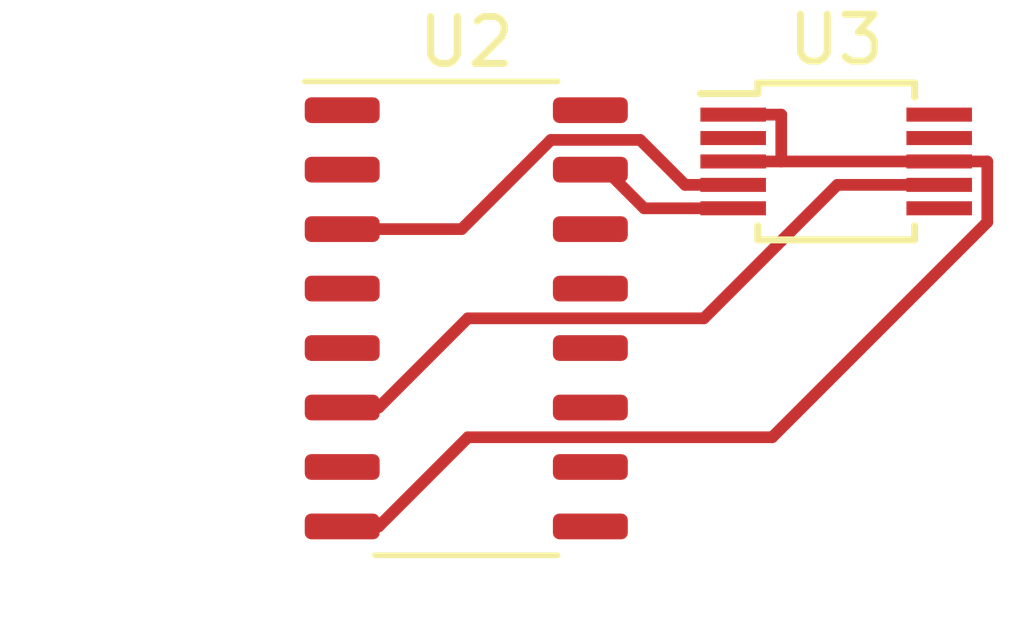
<source format=kicad_pcb>
(kicad_pcb (version 20221018) (generator pcbnew)
  (layers (0 "F.Cu" signal) (31 "B.Cu" signal) (34 "B.Paste" user) (35 "F.Paste" user) (36 "B.SilkS" user "B.Silkscreen") (37 "F.SilkS" user "F.Silkscreen") (38 "B.Mask" user) (39 "F.Mask" user) (44 "Edge.Cuts" user))
  (net 0 "")
  (net 3 "Net-(U2-P1.4{slash}T0CLKO)")
  (net 6 "+3.3V")
  (net 8 "Earth")
  (net 15 "Net-(U2-P1.0{slash}RSTOUT_LOW)")
  (footprint "Package_SO:STC_SOP-16_3.9x9.9mm_P1.27mm" (layer "F.Cu") (at 134.51 92.075)
    (fp_text reference "U2" (at 0 -5.9) (layer "F.SilkS"))
    (fp_text value "STC15W204S-35x-SOP16")
    (fp_line (start 0 -5.06) (end -3.45 -5.06) (stroke (width 0.12)) (layer "F.SilkS"))
    (fp_line (start 0 -5.06) (end 1.95 -5.06) (stroke (width 0.12)) (layer "F.SilkS"))
    (fp_line (start 0 5.06) (end -1.95 5.06) (stroke (width 0.12)) (layer "F.SilkS"))
    (fp_line (start 0 5.06) (end 1.95 5.06) (stroke (width 0.12)) (layer "F.SilkS"))
    (pad "1" smd roundrect (at -2.65 -4.445) (size 1.6 0.55) (layers "F.Cu" "F.Paste" "F.Mask"))
    (pad "2" smd roundrect (at -2.65 -3.175) (size 1.6 0.55) (layers "F.Cu" "F.Paste" "F.Mask"))
    (pad "3" smd roundrect (at -2.65 -1.905) (size 1.6 0.55) (layers "F.Cu" "F.Paste" "F.Mask") (net 3 "Net-(U2-P1.4{slash}T0CLKO)"))
    (pad "4" smd roundrect (at -2.65 -0.635) (size 1.6 0.55) (layers "F.Cu" "F.Paste" "F.Mask"))
    (pad "5" smd roundrect (at -2.65 0.635) (size 1.6 0.55) (layers "F.Cu" "F.Paste" "F.Mask"))
    (pad "6" smd roundrect (at -2.65 1.905) (size 1.6 0.55) (layers "F.Cu" "F.Paste" "F.Mask") (net 6 "+3.3V"))
    (pad "7" smd roundrect (at -2.65 3.175) (size 1.6 0.55) (layers "F.Cu" "F.Paste" "F.Mask"))
    (pad "8" smd roundrect (at -2.65 4.445) (size 1.6 0.55) (layers "F.Cu" "F.Paste" "F.Mask") (net 8 "Earth"))
    (pad "9" smd roundrect (at 2.65 4.445) (size 1.6 0.55) (layers "F.Cu" "F.Paste" "F.Mask"))
    (pad "10" smd roundrect (at 2.65 3.175) (size 1.6 0.55) (layers "F.Cu" "F.Paste" "F.Mask"))
    (pad "11" smd roundrect (at 2.65 1.905) (size 1.6 0.55) (layers "F.Cu" "F.Paste" "F.Mask"))
    (pad "12" smd roundrect (at 2.65 0.635) (size 1.6 0.55) (layers "F.Cu" "F.Paste" "F.Mask"))
    (pad "13" smd roundrect (at 2.65 -0.635) (size 1.6 0.55) (layers "F.Cu" "F.Paste" "F.Mask"))
    (pad "14" smd roundrect (at 2.65 -1.905) (size 1.6 0.55) (layers "F.Cu" "F.Paste" "F.Mask"))
    (pad "15" smd roundrect (at 2.65 -3.175) (size 1.6 0.55) (layers "F.Cu" "F.Paste" "F.Mask") (net 15 "Net-(U2-P1.0{slash}RSTOUT_LOW)"))
    (pad "16" smd roundrect (at 2.65 -4.445) (size 1.6 0.55) (layers "F.Cu" "F.Paste" "F.Mask"))
  )
  (footprint "Package_SO:MSOP-10_3x3mm_P0.5mm" (layer "F.Cu") (at 142.41 88.725)
    (fp_text reference "U3" (at 0 -2.6) (layer "F.SilkS"))
    (fp_text value "RDA5807M")
    (fp_line (start -1.675 -1.675) (end -1.675 -1.45) (stroke (width 0.15)) (layer "F.SilkS"))
    (fp_line (start -1.675 -1.675) (end 1.675 -1.675) (stroke (width 0.15)) (layer "F.SilkS"))
    (fp_line (start -1.675 -1.45) (end -2.9 -1.45) (stroke (width 0.15)) (layer "F.SilkS"))
    (fp_line (start -1.675 1.675) (end -1.675 1.375) (stroke (width 0.15)) (layer "F.SilkS"))
    (fp_line (start -1.675 1.675) (end 1.675 1.675) (stroke (width 0.15)) (layer "F.SilkS"))
    (fp_line (start 1.675 -1.675) (end 1.675 -1.375) (stroke (width 0.15)) (layer "F.SilkS"))
    (fp_line (start 1.675 1.675) (end 1.675 1.375) (stroke (width 0.15)) (layer "F.SilkS"))
    (pad "1" smd rect (at -2.2 -1) (size 1.4 0.3) (layers "F.Cu" "F.Paste" "F.Mask") (net 8 "Earth"))
    (pad "2" smd rect (at -2.2 -0.5) (size 1.4 0.3) (layers "F.Cu" "F.Paste" "F.Mask"))
    (pad "3" smd rect (at -2.2 0) (size 1.4 0.3) (layers "F.Cu" "F.Paste" "F.Mask") (net 8 "Earth"))
    (pad "4" smd rect (at -2.2 0.5) (size 1.4 0.3) (layers "F.Cu" "F.Paste" "F.Mask") (net 3 "Net-(U2-P1.4{slash}T0CLKO)"))
    (pad "5" smd rect (at -2.2 1) (size 1.4 0.3) (layers "F.Cu" "F.Paste" "F.Mask") (net 15 "Net-(U2-P1.0{slash}RSTOUT_LOW)"))
    (pad "6" smd rect (at 2.2 1) (size 1.4 0.3) (layers "F.Cu" "F.Paste" "F.Mask"))
    (pad "7" smd rect (at 2.2 0.5) (size 1.4 0.3) (layers "F.Cu" "F.Paste" "F.Mask") (net 6 "+3.3V"))
    (pad "8" smd rect (at 2.2 0) (size 1.4 0.3) (layers "F.Cu" "F.Paste" "F.Mask") (net 8 "Earth"))
    (pad "9" smd rect (at 2.2 -0.5) (size 1.4 0.3) (layers "F.Cu" "F.Paste" "F.Mask"))
    (pad "10" smd rect (at 2.2 -1) (size 1.4 0.3) (layers "F.Cu" "F.Paste" "F.Mask"))
  )
  (segment (start 138.2231 88.265) (end 136.3167 88.265) (width 0.25) (layer "F.Cu") (net 3))
  (segment (start 134.4117 90.17) (end 131.86 90.17) (width 0.25) (layer "F.Cu") (net 3))
  (segment (start 136.3167 88.265) (end 134.4117 90.17) (width 0.25) (layer "F.Cu") (net 3))
  (segment (start 140.21 89.225) (end 139.1831 89.225) (width 0.25) (layer "F.Cu") (net 3))
  (segment (start 139.1831 89.225) (end 138.2231 88.265) (width 0.25) (layer "F.Cu") (net 3))
  (segment (start 142.4346 89.225) (end 144.61 89.225) (width 0.25) (layer "F.Cu") (net 6))
  (segment (start 134.5441 92.075) (end 139.5846 92.075) (width 0.25) (layer "F.Cu") (net 6))
  (segment (start 132.6391 93.98) (end 134.5441 92.075) (width 0.25) (layer "F.Cu") (net 6))
  (segment (start 139.5846 92.075) (end 142.4346 89.225) (width 0.25) (layer "F.Cu") (net 6))
  (segment (start 131.86 93.98) (end 132.6391 93.98) (width 0.25) (layer "F.Cu") (net 6))
  (segment (start 144.61 88.725) (end 145.6369 88.725) (width 0.25) (layer "F.Cu") (net 8))
  (segment (start 141.2369 88.725) (end 144.61 88.725) (width 0.25) (layer "F.Cu") (net 8))
  (segment (start 145.6369 88.725) (end 145.6369 90.0221) (width 0.25) (layer "F.Cu") (net 8))
  (segment (start 140.21 87.725) (end 141.2369 87.725) (width 0.25) (layer "F.Cu") (net 8))
  (segment (start 134.5441 94.615) (end 132.6391 96.52) (width 0.25) (layer "F.Cu") (net 8))
  (segment (start 145.6369 90.0221) (end 141.044 94.615) (width 0.25) (layer "F.Cu") (net 8))
  (segment (start 141.2369 88.725) (end 141.2369 87.725) (width 0.25) (layer "F.Cu") (net 8))
  (segment (start 141.2369 88.725) (end 140.21 88.725) (width 0.25) (layer "F.Cu") (net 8))
  (segment (start 141.044 94.615) (end 134.5441 94.615) (width 0.25) (layer "F.Cu") (net 8))
  (segment (start 132.6391 96.52) (end 131.86 96.52) (width 0.25) (layer "F.Cu") (net 8))
  (segment (start 138.3083 89.725) (end 140.21 89.725) (width 0.25) (layer "F.Cu") (net 15))
  (segment (start 137.16 88.9) (end 137.4833 88.9) (width 0.25) (layer "F.Cu") (net 15))
  (segment (start 137.4833 88.9) (end 138.3083 89.725) (width 0.25) (layer "F.Cu") (net 15))
)
</source>
